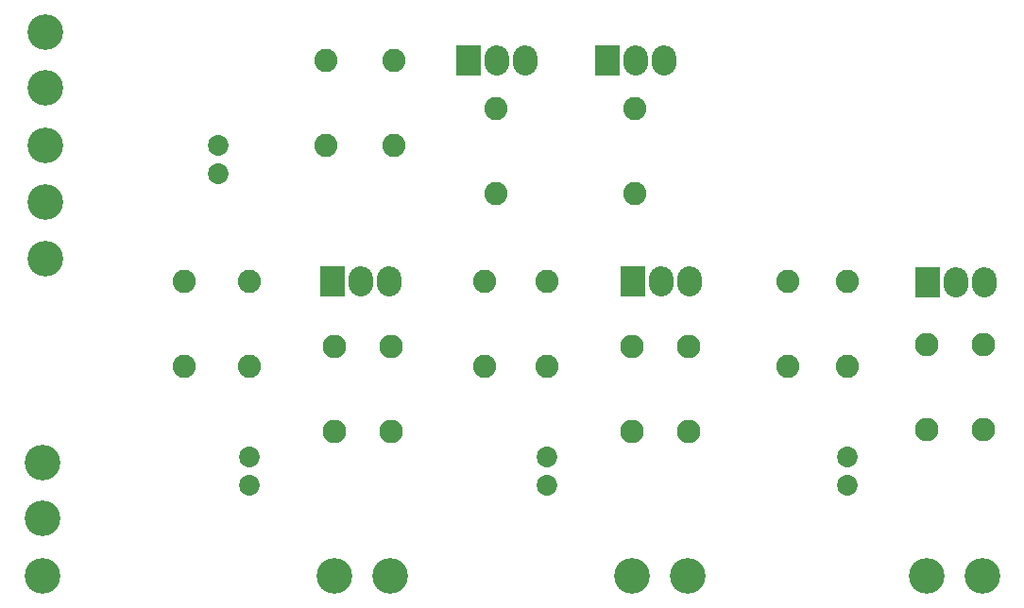
<source format=gbs>
G04 ---------------------------- Layer name :BOTTOM SOLDER LAYER*
G04 easyEDA 0.1*
G04 Scale: 100 percent, Rotated: No, Reflected: No *
G04 Dimensions in inches *
G04 leading zeros omitted , absolute positions ,2 integer and 4 * 
%FSLAX24Y24*%
%MOIN*%
G90*
G70D02*

%ADD11C,0.086740*%
%ADD12C,0.126110*%
%ADD14C,0.082000*%
%ADD16C,0.073000*%
%ADD18C,0.083000*%
%ADD20R,0.086740X0.106425*%

%LPD*%
G54D11*
G01X13850Y36198D02*
G01X13850Y36001D01*
G01X12850Y36198D02*
G01X12850Y36001D01*
G01X24450Y36198D02*
G01X24450Y36001D01*
G01X23450Y36198D02*
G01X23450Y36001D01*
G01X34850Y36153D02*
G01X34850Y35956D01*
G01X33850Y36153D02*
G01X33850Y35956D01*
G01X18650Y43998D02*
G01X18650Y43801D01*
G01X17650Y43998D02*
G01X17650Y43801D01*
G01X23550Y43998D02*
G01X23550Y43801D01*
G01X22550Y43998D02*
G01X22550Y43801D01*
G54D12*
G01X1700Y44900D03*
G01X1700Y42932D03*
G01X1700Y40900D03*
G01X1700Y38900D03*
G01X1700Y36900D03*
G54D14*
G01X11600Y40900D03*
G01X11600Y43900D03*
G54D16*
G01X7800Y40900D03*
G01X7800Y39900D03*
G54D14*
G01X14000Y40900D03*
G01X14000Y43900D03*
G54D16*
G01X30000Y29900D03*
G01X30000Y28900D03*
G54D14*
G01X19400Y33100D03*
G01X19400Y36100D03*
G54D16*
G01X19400Y29900D03*
G01X19400Y28900D03*
G54D14*
G01X8900Y33100D03*
G01X8900Y36100D03*
G54D16*
G01X8900Y29900D03*
G01X8900Y28900D03*
G54D14*
G01X30000Y33100D03*
G01X30000Y36100D03*
G01X6600Y33100D03*
G01X6600Y36100D03*
G01X17200Y33100D03*
G01X17200Y36100D03*
G01X27900Y33100D03*
G01X27900Y36100D03*
G54D18*
G01X13900Y33800D03*
G01X13900Y30800D03*
G01X24400Y33800D03*
G01X24400Y30800D03*
G01X34800Y33855D03*
G01X34800Y30855D03*
G54D20*
G01X11850Y36100D03*
G01X22450Y36100D03*
G01X32850Y36055D03*
G01X16650Y43900D03*
G01X21550Y43900D03*
G54D18*
G01X11900Y33800D03*
G01X11900Y30800D03*
G01X22400Y33800D03*
G01X22400Y30800D03*
G01X32800Y33855D03*
G01X32800Y30855D03*
G54D12*
G01X11900Y25700D03*
G01X13868Y25700D03*
G01X22400Y25700D03*
G01X24368Y25700D03*
G01X32800Y25700D03*
G01X34768Y25700D03*
G01X1600Y29700D03*
G01X1600Y27732D03*
G01X1600Y25700D03*
G54D14*
G01X17600Y42200D03*
G01X17600Y39200D03*
G01X22500Y42200D03*
G01X22500Y39200D03*

M00*
M02*
</source>
